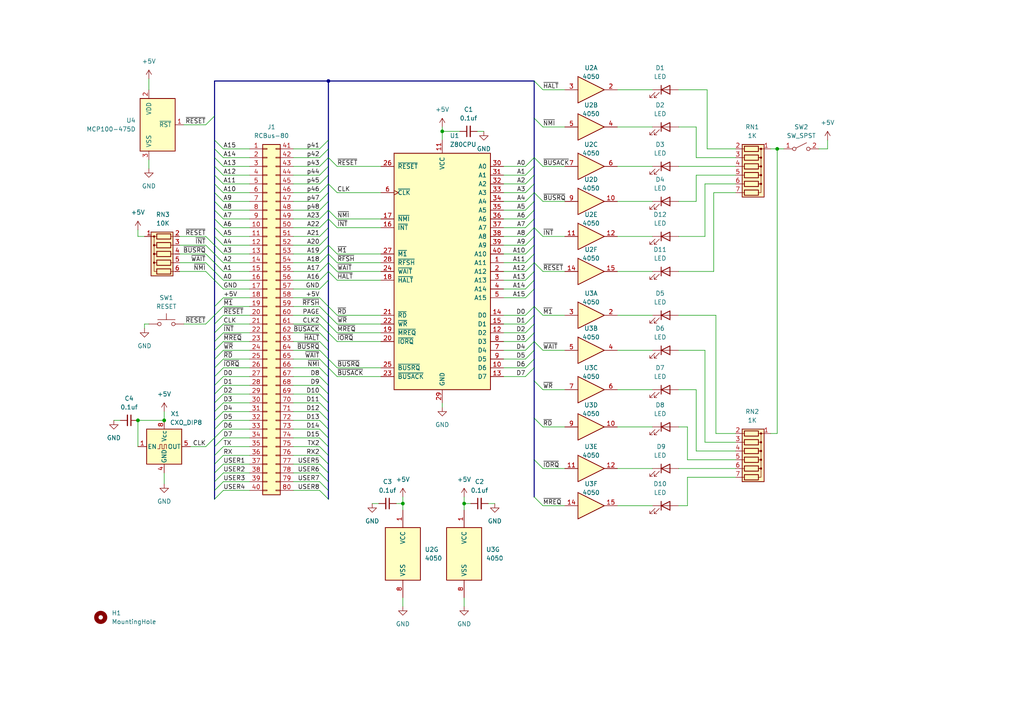
<source format=kicad_sch>
(kicad_sch (version 20230121) (generator eeschema)
  (paper "A4")
  (title_block (title "z80blinken") (date "2024-01-21") (rev "1") (company "(C) 2024 J.B. Langston") (comment 1 "https://github.com/jblang/z80ctrl"))
  (junction (at 225.425 43.18))
  (junction (at 40.005 121.92))
  (junction (at 128.27 38.1))
  (junction (at 116.84 146.05))
  (junction (at 47.625 121.92))
  (junction (at 95.25 23.495))
  (junction (at 134.62 146.05))
  (bus_entry (at 62.23 91.44) (size 2.54 -2.54))
  (bus_entry (at 154.94 144.145) (size 2.54 2.54))
  (bus_entry (at 154.94 45.72) (size 2.54 2.54))
  (bus_entry (at 152.4 96.52) (size 2.54 -2.54))
  (bus_entry (at 62.23 60.96) (size 2.54 2.54))
  (bus_entry (at 97.79 55.88) (size -2.54 -2.54))
  (bus_entry (at 152.4 68.58) (size 2.54 -2.54))
  (bus_entry (at 154.94 110.49) (size 2.54 2.54))
  (bus_entry (at 92.71 104.14) (size 2.54 2.54))
  (bus_entry (at 62.23 45.72) (size 2.54 2.54))
  (bus_entry (at 152.4 73.66) (size 2.54 -2.54))
  (bus_entry (at 62.23 88.9) (size 2.54 -2.54))
  (bus_entry (at 154.94 121.285) (size 2.54 2.54))
  (bus_entry (at 62.23 93.98) (size 2.54 -2.54))
  (bus_entry (at 59.69 93.98) (size 2.54 -2.54))
  (bus_entry (at 62.23 58.42) (size 2.54 2.54))
  (bus_entry (at 62.23 121.92) (size 2.54 -2.54))
  (bus_entry (at 62.23 71.12) (size 2.54 2.54))
  (bus_entry (at 154.94 133.35) (size 2.54 2.54))
  (bus_entry (at 92.71 76.2) (size 2.54 -2.54))
  (bus_entry (at 92.71 60.96) (size 2.54 -2.54))
  (bus_entry (at 97.79 76.2) (size -2.54 -2.54))
  (bus_entry (at 62.23 114.3) (size 2.54 -2.54))
  (bus_entry (at 152.4 58.42) (size 2.54 -2.54))
  (bus_entry (at 152.4 71.12) (size 2.54 -2.54))
  (bus_entry (at 92.71 114.3) (size 2.54 2.54))
  (bus_entry (at 59.69 76.2) (size 2.54 2.54))
  (bus_entry (at 59.69 71.12) (size 2.54 2.54))
  (bus_entry (at 92.71 43.18) (size 2.54 -2.54))
  (bus_entry (at 62.23 55.88) (size 2.54 2.54))
  (bus_entry (at 92.71 58.42) (size 2.54 -2.54))
  (bus_entry (at 62.23 48.26) (size 2.54 2.54))
  (bus_entry (at 92.71 48.26) (size 2.54 -2.54))
  (bus_entry (at 62.23 68.58) (size 2.54 2.54))
  (bus_entry (at 62.23 129.54) (size 2.54 -2.54))
  (bus_entry (at 97.79 63.5) (size -2.54 -2.54))
  (bus_entry (at 97.79 66.04) (size -2.54 -2.54))
  (bus_entry (at 152.4 104.14) (size 2.54 -2.54))
  (bus_entry (at 152.4 60.96) (size 2.54 -2.54))
  (bus_entry (at 59.69 78.74) (size 2.54 2.54))
  (bus_entry (at 62.23 124.46) (size 2.54 -2.54))
  (bus_entry (at 62.23 40.64) (size 2.54 2.54))
  (bus_entry (at 152.4 63.5) (size 2.54 -2.54))
  (bus_entry (at 92.71 109.22) (size 2.54 2.54))
  (bus_entry (at 152.4 83.82) (size 2.54 -2.54))
  (bus_entry (at 92.71 83.82) (size 2.54 -2.54))
  (bus_entry (at 62.23 134.62) (size 2.54 -2.54))
  (bus_entry (at 97.79 73.66) (size -2.54 -2.54))
  (bus_entry (at 152.4 106.68) (size 2.54 -2.54))
  (bus_entry (at 62.23 50.8) (size 2.54 2.54))
  (bus_entry (at 92.71 111.76) (size 2.54 2.54))
  (bus_entry (at 62.23 144.78) (size 2.54 -2.54))
  (bus_entry (at 62.23 99.06) (size 2.54 -2.54))
  (bus_entry (at 92.71 63.5) (size 2.54 -2.54))
  (bus_entry (at 92.71 119.38) (size 2.54 2.54))
  (bus_entry (at 59.69 129.54) (size 2.54 -2.54))
  (bus_entry (at 62.23 119.38) (size 2.54 -2.54))
  (bus_entry (at 92.71 91.44) (size 2.54 2.54))
  (bus_entry (at 154.94 76.2) (size 2.54 2.54))
  (bus_entry (at 92.71 93.98) (size 2.54 2.54))
  (bus_entry (at 62.23 127) (size 2.54 -2.54))
  (bus_entry (at 92.71 142.24) (size 2.54 2.54))
  (bus_entry (at 62.23 111.76) (size 2.54 -2.54))
  (bus_entry (at 97.79 106.68) (size -2.54 -2.54))
  (bus_entry (at 59.69 73.66) (size 2.54 2.54))
  (bus_entry (at 152.4 66.04) (size 2.54 -2.54))
  (bus_entry (at 92.71 88.9) (size 2.54 2.54))
  (bus_entry (at 62.23 139.7) (size 2.54 -2.54))
  (bus_entry (at 62.23 96.52) (size 2.54 -2.54))
  (bus_entry (at 154.94 55.88) (size 2.54 2.54))
  (bus_entry (at 97.79 99.06) (size -2.54 -2.54))
  (bus_entry (at 92.71 55.88) (size 2.54 -2.54))
  (bus_entry (at 92.71 66.04) (size 2.54 -2.54))
  (bus_entry (at 62.23 116.84) (size 2.54 -2.54))
  (bus_entry (at 92.71 81.28) (size 2.54 -2.54))
  (bus_entry (at 152.4 86.36) (size 2.54 -2.54))
  (bus_entry (at 92.71 137.16) (size 2.54 2.54))
  (bus_entry (at 62.23 81.28) (size 2.54 2.54))
  (bus_entry (at 152.4 99.06) (size 2.54 -2.54))
  (bus_entry (at 92.71 96.52) (size 2.54 2.54))
  (bus_entry (at 152.4 53.34) (size 2.54 -2.54))
  (bus_entry (at 92.71 129.54) (size 2.54 2.54))
  (bus_entry (at 92.71 50.8) (size 2.54 -2.54))
  (bus_entry (at 92.71 101.6) (size 2.54 2.54))
  (bus_entry (at 62.23 101.6) (size 2.54 -2.54))
  (bus_entry (at 92.71 73.66) (size 2.54 -2.54))
  (bus_entry (at 62.23 106.68) (size 2.54 -2.54))
  (bus_entry (at 152.4 55.88) (size 2.54 -2.54))
  (bus_entry (at 59.69 36.195) (size 2.54 -2.54))
  (bus_entry (at 92.71 124.46) (size 2.54 2.54))
  (bus_entry (at 62.23 76.2) (size 2.54 2.54))
  (bus_entry (at 97.79 81.28) (size -2.54 -2.54))
  (bus_entry (at 154.94 66.04) (size 2.54 2.54))
  (bus_entry (at 62.23 137.16) (size 2.54 -2.54))
  (bus_entry (at 97.79 78.74) (size -2.54 -2.54))
  (bus_entry (at 154.94 23.495) (size 2.54 2.54))
  (bus_entry (at 152.4 78.74) (size 2.54 -2.54))
  (bus_entry (at 92.71 71.12) (size 2.54 -2.54))
  (bus_entry (at 152.4 109.22) (size 2.54 -2.54))
  (bus_entry (at 92.71 139.7) (size 2.54 2.54))
  (bus_entry (at 152.4 91.44) (size 2.54 -2.54))
  (bus_entry (at 62.23 142.24) (size 2.54 -2.54))
  (bus_entry (at 92.71 134.62) (size 2.54 2.54))
  (bus_entry (at 62.23 66.04) (size 2.54 2.54))
  (bus_entry (at 97.79 109.22) (size -2.54 -2.54))
  (bus_entry (at 92.71 106.68) (size 2.54 2.54))
  (bus_entry (at 62.23 78.74) (size 2.54 2.54))
  (bus_entry (at 152.4 93.98) (size 2.54 -2.54))
  (bus_entry (at 97.79 91.44) (size -2.54 -2.54))
  (bus_entry (at 62.23 132.08) (size 2.54 -2.54))
  (bus_entry (at 152.4 101.6) (size 2.54 -2.54))
  (bus_entry (at 152.4 48.26) (size 2.54 -2.54))
  (bus_entry (at 62.23 109.22) (size 2.54 -2.54))
  (bus_entry (at 154.94 88.9) (size 2.54 2.54))
  (bus_entry (at 92.71 78.74) (size 2.54 -2.54))
  (bus_entry (at 97.79 48.26) (size -2.54 -2.54))
  (bus_entry (at 92.71 127) (size 2.54 2.54))
  (bus_entry (at 92.71 116.84) (size 2.54 2.54))
  (bus_entry (at 62.23 73.66) (size 2.54 2.54))
  (bus_entry (at 97.79 93.98) (size -2.54 -2.54))
  (bus_entry (at 92.71 68.58) (size 2.54 -2.54))
  (bus_entry (at 59.69 68.58) (size 2.54 2.54))
  (bus_entry (at 152.4 50.8) (size 2.54 -2.54))
  (bus_entry (at 62.23 63.5) (size 2.54 2.54))
  (bus_entry (at 62.23 53.34) (size 2.54 2.54))
  (bus_entry (at 92.71 99.06) (size 2.54 2.54))
  (bus_entry (at 92.71 132.08) (size 2.54 2.54))
  (bus_entry (at 152.4 81.28) (size 2.54 -2.54))
  (bus_entry (at 92.71 53.34) (size 2.54 -2.54))
  (bus_entry (at 92.71 121.92) (size 2.54 2.54))
  (bus_entry (at 152.4 76.2) (size 2.54 -2.54))
  (bus_entry (at 154.94 99.06) (size 2.54 2.54))
  (bus_entry (at 97.79 96.52) (size -2.54 -2.54))
  (bus_entry (at 154.94 34.29) (size 2.54 2.54))
  (bus_entry (at 92.71 86.36) (size 2.54 2.54))
  (bus_entry (at 92.71 45.72) (size 2.54 -2.54))
  (bus_entry (at 62.23 104.14) (size 2.54 -2.54))
  (bus_entry (at 62.23 43.18) (size 2.54 2.54))
  (wire (pts (xy 85.09 78.74) (xy 92.71 78.74)))
  (wire (pts (xy 64.77 73.66) (xy 72.39 73.66)))
  (wire (pts (xy 85.09 81.28) (xy 92.71 81.28)))
  (bus (pts (xy 62.23 78.74) (xy 62.23 81.28)))
  (bus (pts (xy 95.25 43.18) (xy 95.25 45.72)))
  (wire (pts (xy 201.93 113.03) (xy 196.85 113.03)))
  (wire (pts (xy 92.71 96.52) (xy 85.09 96.52)))
  (wire (pts (xy 64.77 119.38) (xy 72.39 119.38)))
  (bus (pts (xy 154.94 106.68) (xy 154.94 110.49)))
  (wire (pts (xy 196.85 48.26) (xy 213.36 48.26)))
  (wire (pts (xy 204.47 68.58) (xy 204.47 53.34)))
  (wire (pts (xy 85.09 71.12) (xy 92.71 71.12)))
  (bus (pts (xy 62.23 139.7) (xy 62.23 142.24)))
  (bus (pts (xy 95.25 121.92) (xy 95.25 119.38)))
  (bus (pts (xy 62.23 48.26) (xy 62.23 50.8)))
  (bus (pts (xy 62.23 111.76) (xy 62.23 114.3)))
  (bus (pts (xy 95.25 63.5) (xy 95.25 66.04)))
  (wire (pts (xy 196.85 135.89) (xy 213.36 135.89)))
  (bus (pts (xy 154.94 96.52) (xy 154.94 99.06)))
  (wire (pts (xy 64.77 109.22) (xy 72.39 109.22)))
  (bus (pts (xy 95.25 96.52) (xy 95.25 99.06)))
  (wire (pts (xy 146.05 68.58) (xy 152.4 68.58)))
  (bus (pts (xy 154.94 99.06) (xy 154.94 101.6)))
  (bus (pts (xy 62.23 91.44) (xy 62.23 93.98)))
  (bus (pts (xy 154.94 73.66) (xy 154.94 76.2)))
  (bus (pts (xy 95.25 53.34) (xy 95.25 55.88)))
  (bus (pts (xy 62.23 142.24) (xy 62.23 144.78)))
  (wire (pts (xy 128.27 38.1) (xy 133.35 38.1)))
  (wire (pts (xy 85.09 83.82) (xy 92.71 83.82)))
  (wire (pts (xy 128.27 38.1) (xy 128.27 40.64)))
  (bus (pts (xy 62.23 68.58) (xy 62.23 71.12)))
  (bus (pts (xy 95.25 129.54) (xy 95.25 132.08)))
  (wire (pts (xy 64.77 68.58) (xy 72.39 68.58)))
  (wire (pts (xy 40.005 68.58) (xy 41.91 68.58)))
  (wire (pts (xy 97.79 76.2) (xy 110.49 76.2)))
  (wire (pts (xy 97.79 81.28) (xy 110.49 81.28)))
  (wire (pts (xy 201.93 130.81) (xy 201.93 113.03)))
  (bus (pts (xy 62.23 60.96) (xy 62.23 63.5)))
  (wire (pts (xy 85.09 119.38) (xy 92.71 119.38)))
  (wire (pts (xy 85.09 129.54) (xy 92.71 129.54)))
  (wire (pts (xy 85.09 73.66) (xy 92.71 73.66)))
  (wire (pts (xy 43.18 46.355) (xy 43.18 48.895)))
  (bus (pts (xy 95.25 66.04) (xy 95.25 68.58)))
  (wire (pts (xy 64.77 60.96) (xy 72.39 60.96)))
  (bus (pts (xy 95.25 48.26) (xy 95.25 50.8)))
  (wire (pts (xy 85.09 55.88) (xy 92.71 55.88)))
  (bus (pts (xy 95.25 93.98) (xy 95.25 96.52)))
  (bus (pts (xy 95.25 109.22) (xy 95.25 106.68)))
  (wire (pts (xy 146.05 109.22) (xy 152.4 109.22)))
  (wire (pts (xy 64.77 96.52) (xy 72.39 96.52)))
  (wire (pts (xy 134.62 146.05) (xy 134.62 147.955)))
  (wire (pts (xy 189.23 146.685) (xy 179.07 146.685)))
  (wire (pts (xy 85.09 43.18) (xy 92.71 43.18)))
  (wire (pts (xy 64.77 43.18) (xy 72.39 43.18)))
  (wire (pts (xy 64.77 124.46) (xy 72.39 124.46)))
  (wire (pts (xy 157.48 135.89) (xy 163.83 135.89)))
  (bus (pts (xy 154.94 104.14) (xy 154.94 106.68)))
  (wire (pts (xy 110.49 73.66) (xy 97.79 73.66)))
  (bus (pts (xy 154.94 63.5) (xy 154.94 66.04)))
  (wire (pts (xy 146.05 83.82) (xy 152.4 83.82)))
  (bus (pts (xy 62.23 96.52) (xy 62.23 99.06)))
  (bus (pts (xy 62.23 132.08) (xy 62.23 134.62)))
  (bus (pts (xy 62.23 63.5) (xy 62.23 66.04)))
  (wire (pts (xy 64.77 88.9) (xy 72.39 88.9)))
  (wire (pts (xy 40.005 66.675) (xy 40.005 68.58)))
  (wire (pts (xy 146.05 55.88) (xy 152.4 55.88)))
  (wire (pts (xy 157.48 113.03) (xy 163.83 113.03)))
  (bus (pts (xy 95.25 73.66) (xy 95.25 76.2)))
  (wire (pts (xy 189.23 101.6) (xy 179.07 101.6)))
  (bus (pts (xy 62.23 121.92) (xy 62.23 124.46)))
  (wire (pts (xy 110.49 66.04) (xy 97.79 66.04)))
  (wire (pts (xy 134.62 146.05) (xy 136.525 146.05)))
  (wire (pts (xy 199.39 146.685) (xy 196.85 146.685)))
  (wire (pts (xy 64.77 91.44) (xy 72.39 91.44)))
  (bus (pts (xy 154.94 58.42) (xy 154.94 60.96)))
  (wire (pts (xy 179.07 78.74) (xy 189.23 78.74)))
  (wire (pts (xy 213.36 138.43) (xy 199.39 138.43)))
  (wire (pts (xy 157.48 146.685) (xy 163.83 146.685)))
  (bus (pts (xy 95.25 91.44) (xy 95.25 93.98)))
  (bus (pts (xy 95.25 106.68) (xy 95.25 104.14)))
  (wire (pts (xy 157.48 78.74) (xy 163.83 78.74)))
  (bus (pts (xy 95.25 121.92) (xy 95.25 124.46)))
  (bus (pts (xy 95.25 23.495) (xy 95.25 40.64)))
  (bus (pts (xy 154.94 88.9) (xy 154.94 91.44)))
  (wire (pts (xy 85.09 114.3) (xy 92.71 114.3)))
  (wire (pts (xy 64.77 55.88) (xy 72.39 55.88)))
  (wire (pts (xy 64.77 76.2) (xy 72.39 76.2)))
  (bus (pts (xy 154.94 110.49) (xy 154.94 121.285)))
  (wire (pts (xy 146.05 96.52) (xy 152.4 96.52)))
  (wire (pts (xy 146.05 76.2) (xy 152.4 76.2)))
  (wire (pts (xy 53.34 93.98) (xy 59.69 93.98)))
  (wire (pts (xy 52.07 78.74) (xy 59.69 78.74)))
  (wire (pts (xy 41.91 93.98) (xy 43.18 93.98)))
  (wire (pts (xy 52.07 76.2) (xy 59.69 76.2)))
  (wire (pts (xy 196.85 78.74) (xy 207.01 78.74)))
  (bus (pts (xy 62.23 127) (xy 62.23 129.54)))
  (wire (pts (xy 225.425 43.18) (xy 223.52 43.18)))
  (wire (pts (xy 146.05 106.68) (xy 152.4 106.68)))
  (bus (pts (xy 95.25 23.495) (xy 154.94 23.495)))
  (wire (pts (xy 199.39 138.43) (xy 199.39 146.685)))
  (wire (pts (xy 189.23 123.825) (xy 179.07 123.825)))
  (wire (pts (xy 64.77 50.8) (xy 72.39 50.8)))
  (wire (pts (xy 146.05 86.36) (xy 152.4 86.36)))
  (wire (pts (xy 85.09 60.96) (xy 92.71 60.96)))
  (wire (pts (xy 97.79 48.26) (xy 110.49 48.26)))
  (wire (pts (xy 146.05 91.44) (xy 152.4 91.44)))
  (bus (pts (xy 62.23 104.14) (xy 62.23 106.68)))
  (bus (pts (xy 62.23 101.6) (xy 62.23 104.14)))
  (wire (pts (xy 64.77 81.28) (xy 72.39 81.28)))
  (wire (pts (xy 85.09 45.72) (xy 92.71 45.72)))
  (wire (pts (xy 225.425 125.73) (xy 223.52 125.73)))
  (wire (pts (xy 64.77 116.84) (xy 72.39 116.84)))
  (wire (pts (xy 109.855 146.05) (xy 107.95 146.05)))
  (bus (pts (xy 154.94 81.28) (xy 154.94 83.82)))
  (wire (pts (xy 85.09 86.36) (xy 92.71 86.36)))
  (wire (pts (xy 201.93 130.81) (xy 213.36 130.81)))
  (wire (pts (xy 47.625 119.38) (xy 47.625 121.92)))
  (wire (pts (xy 157.48 101.6) (xy 163.83 101.6)))
  (bus (pts (xy 62.23 76.2) (xy 62.23 78.74)))
  (wire (pts (xy 157.48 123.825) (xy 163.83 123.825)))
  (wire (pts (xy 207.645 125.73) (xy 213.36 125.73)))
  (bus (pts (xy 95.25 50.8) (xy 95.25 53.34)))
  (wire (pts (xy 240.03 43.18) (xy 240.03 40.64)))
  (wire (pts (xy 146.05 60.96) (xy 152.4 60.96)))
  (bus (pts (xy 154.94 78.74) (xy 154.94 81.28)))
  (bus (pts (xy 154.94 60.96) (xy 154.94 63.5)))
  (wire (pts (xy 146.05 66.04) (xy 152.4 66.04)))
  (wire (pts (xy 134.62 173.355) (xy 134.62 175.895)))
  (wire (pts (xy 204.47 53.34) (xy 213.36 53.34)))
  (wire (pts (xy 196.85 123.825) (xy 199.39 123.825)))
  (wire (pts (xy 138.43 38.1) (xy 140.335 38.1)))
  (bus (pts (xy 154.94 53.34) (xy 154.94 55.88)))
  (wire (pts (xy 116.84 146.05) (xy 114.935 146.05)))
  (wire (pts (xy 92.71 88.9) (xy 85.09 88.9)))
  (wire (pts (xy 85.09 93.98) (xy 92.71 93.98)))
  (wire (pts (xy 64.77 127) (xy 72.39 127)))
  (bus (pts (xy 95.25 139.7) (xy 95.25 142.24)))
  (wire (pts (xy 41.91 95.25) (xy 41.91 93.98)))
  (wire (pts (xy 53.34 36.195) (xy 59.69 36.195)))
  (bus (pts (xy 62.23 33.655) (xy 62.23 40.64)))
  (wire (pts (xy 146.05 104.14) (xy 152.4 104.14)))
  (wire (pts (xy 85.09 109.22) (xy 92.71 109.22)))
  (bus (pts (xy 95.25 137.16) (xy 95.25 139.7)))
  (bus (pts (xy 62.23 73.66) (xy 62.23 76.2)))
  (wire (pts (xy 179.07 91.44) (xy 189.23 91.44)))
  (wire (pts (xy 110.49 78.74) (xy 97.79 78.74)))
  (wire (pts (xy 134.62 144.145) (xy 134.62 146.05)))
  (wire (pts (xy 64.77 45.72) (xy 72.39 45.72)))
  (wire (pts (xy 110.49 55.88) (xy 97.79 55.88)))
  (bus (pts (xy 95.25 78.74) (xy 95.25 81.28)))
  (bus (pts (xy 62.23 23.495) (xy 95.25 23.495)))
  (wire (pts (xy 199.39 123.825) (xy 199.39 133.35)))
  (wire (pts (xy 43.18 22.86) (xy 43.18 26.035)))
  (wire (pts (xy 201.93 36.83) (xy 196.85 36.83)))
  (wire (pts (xy 157.48 68.58) (xy 163.83 68.58)))
  (wire (pts (xy 64.77 134.62) (xy 72.39 134.62)))
  (wire (pts (xy 201.93 45.72) (xy 213.36 45.72)))
  (bus (pts (xy 95.25 116.84) (xy 95.25 114.3)))
  (wire (pts (xy 64.77 121.92) (xy 72.39 121.92)))
  (wire (pts (xy 204.47 128.27) (xy 213.36 128.27)))
  (wire (pts (xy 196.85 58.42) (xy 201.93 58.42)))
  (wire (pts (xy 196.85 91.44) (xy 207.645 91.44)))
  (bus (pts (xy 95.25 45.72) (xy 95.25 48.26)))
  (wire (pts (xy 201.93 45.72) (xy 201.93 36.83)))
  (wire (pts (xy 204.47 101.6) (xy 196.85 101.6)))
  (wire (pts (xy 85.09 134.62) (xy 92.71 134.62)))
  (wire (pts (xy 204.47 128.27) (xy 204.47 101.6)))
  (wire (pts (xy 116.84 146.05) (xy 116.84 147.955)))
  (wire (pts (xy 64.77 111.76) (xy 72.39 111.76)))
  (wire (pts (xy 64.77 106.68) (xy 72.39 106.68)))
  (wire (pts (xy 110.49 96.52) (xy 97.79 96.52)))
  (bus (pts (xy 62.23 106.68) (xy 62.23 109.22)))
  (bus (pts (xy 62.23 40.64) (xy 62.23 43.18)))
  (bus (pts (xy 62.23 53.34) (xy 62.23 55.88)))
  (bus (pts (xy 95.25 99.06) (xy 95.25 101.6)))
  (bus (pts (xy 154.94 55.88) (xy 154.94 58.42)))
  (wire (pts (xy 189.23 58.42) (xy 179.07 58.42)))
  (bus (pts (xy 95.25 55.88) (xy 95.25 58.42)))
  (wire (pts (xy 64.77 58.42) (xy 72.39 58.42)))
  (bus (pts (xy 95.25 60.96) (xy 95.25 63.5)))
  (wire (pts (xy 146.05 63.5) (xy 152.4 63.5)))
  (bus (pts (xy 95.25 68.58) (xy 95.25 71.12)))
  (wire (pts (xy 146.05 50.8) (xy 152.4 50.8)))
  (wire (pts (xy 141.605 146.05) (xy 143.51 146.05)))
  (bus (pts (xy 154.94 83.82) (xy 154.94 88.9)))
  (bus (pts (xy 154.94 45.72) (xy 154.94 48.26)))
  (wire (pts (xy 64.77 78.74) (xy 72.39 78.74)))
  (bus (pts (xy 62.23 134.62) (xy 62.23 137.16)))
  (wire (pts (xy 146.05 81.28) (xy 152.4 81.28)))
  (bus (pts (xy 95.25 81.28) (xy 95.25 88.9)))
  (bus (pts (xy 62.23 45.72) (xy 62.23 48.26)))
  (wire (pts (xy 64.77 93.98) (xy 72.39 93.98)))
  (wire (pts (xy 47.625 121.92) (xy 40.005 121.92)))
  (wire (pts (xy 64.77 114.3) (xy 72.39 114.3)))
  (wire (pts (xy 110.49 91.44) (xy 97.79 91.44)))
  (wire (pts (xy 128.27 36.83) (xy 128.27 38.1)))
  (bus (pts (xy 95.25 132.08) (xy 95.25 134.62)))
  (bus (pts (xy 154.94 34.29) (xy 154.94 45.72)))
  (bus (pts (xy 95.25 76.2) (xy 95.25 78.74)))
  (wire (pts (xy 110.49 109.22) (xy 97.79 109.22)))
  (wire (pts (xy 157.48 36.83) (xy 163.83 36.83)))
  (bus (pts (xy 62.23 114.3) (xy 62.23 116.84)))
  (wire (pts (xy 64.77 101.6) (xy 72.39 101.6)))
  (wire (pts (xy 64.77 137.16) (xy 72.39 137.16)))
  (wire (pts (xy 189.23 113.03) (xy 179.07 113.03)))
  (wire (pts (xy 34.925 121.92) (xy 33.02 121.92)))
  (wire (pts (xy 146.05 71.12) (xy 152.4 71.12)))
  (wire (pts (xy 47.625 140.335) (xy 47.625 137.16)))
  (wire (pts (xy 64.77 71.12) (xy 72.39 71.12)))
  (wire (pts (xy 52.07 68.58) (xy 59.69 68.58)))
  (wire (pts (xy 64.77 129.54) (xy 72.39 129.54)))
  (wire (pts (xy 85.09 137.16) (xy 92.71 137.16)))
  (wire (pts (xy 199.39 133.35) (xy 213.36 133.35)))
  (wire (pts (xy 85.09 116.84) (xy 92.71 116.84)))
  (bus (pts (xy 154.94 50.8) (xy 154.94 53.34)))
  (bus (pts (xy 95.25 88.9) (xy 95.25 91.44)))
  (wire (pts (xy 64.77 66.04) (xy 72.39 66.04)))
  (wire (pts (xy 64.77 83.82) (xy 72.39 83.82)))
  (bus (pts (xy 154.94 48.26) (xy 154.94 50.8)))
  (wire (pts (xy 157.48 58.42) (xy 163.83 58.42)))
  (wire (pts (xy 179.07 135.89) (xy 189.23 135.89)))
  (wire (pts (xy 85.09 66.04) (xy 92.71 66.04)))
  (wire (pts (xy 116.84 144.145) (xy 116.84 146.05)))
  (bus (pts (xy 154.94 91.44) (xy 154.94 93.98)))
  (bus (pts (xy 62.23 109.22) (xy 62.23 111.76)))
  (bus (pts (xy 62.23 129.54) (xy 62.23 132.08)))
  (bus (pts (xy 62.23 116.84) (xy 62.23 119.38)))
  (bus (pts (xy 95.25 114.3) (xy 95.25 111.76)))
  (wire (pts (xy 116.84 173.355) (xy 116.84 175.895)))
  (bus (pts (xy 62.23 124.46) (xy 62.23 127)))
  (bus (pts (xy 154.94 71.12) (xy 154.94 73.66)))
  (bus (pts (xy 154.94 133.35) (xy 154.94 144.145)))
  (wire (pts (xy 92.71 104.14) (xy 85.09 104.14)))
  (bus (pts (xy 62.23 119.38) (xy 62.23 121.92)))
  (wire (pts (xy 146.05 78.74) (xy 152.4 78.74)))
  (wire (pts (xy 146.05 99.06) (xy 152.4 99.06)))
  (bus (pts (xy 62.23 55.88) (xy 62.23 58.42)))
  (wire (pts (xy 157.48 91.44) (xy 163.83 91.44)))
  (wire (pts (xy 237.49 43.18) (xy 240.03 43.18)))
  (wire (pts (xy 157.48 48.26) (xy 163.83 48.26)))
  (bus (pts (xy 95.25 119.38) (xy 95.25 116.84)))
  (bus (pts (xy 62.23 88.9) (xy 62.23 91.44)))
  (wire (pts (xy 85.09 50.8) (xy 92.71 50.8)))
  (bus (pts (xy 95.25 58.42) (xy 95.25 60.96)))
  (wire (pts (xy 64.77 132.08) (xy 72.39 132.08)))
  (bus (pts (xy 154.94 76.2) (xy 154.94 78.74)))
  (wire (pts (xy 85.09 111.76) (xy 92.71 111.76)))
  (wire (pts (xy 64.77 48.26) (xy 72.39 48.26)))
  (bus (pts (xy 154.94 68.58) (xy 154.94 71.12)))
  (wire (pts (xy 146.05 73.66) (xy 152.4 73.66)))
  (wire (pts (xy 92.71 106.68) (xy 85.09 106.68)))
  (wire (pts (xy 146.05 58.42) (xy 152.4 58.42)))
  (wire (pts (xy 85.09 76.2) (xy 92.71 76.2)))
  (wire (pts (xy 207.645 91.44) (xy 207.645 125.73)))
  (wire (pts (xy 201.93 50.8) (xy 213.36 50.8)))
  (wire (pts (xy 146.05 101.6) (xy 152.4 101.6)))
  (wire (pts (xy 110.49 93.98) (xy 97.79 93.98)))
  (wire (pts (xy 85.09 63.5) (xy 92.71 63.5)))
  (wire (pts (xy 64.77 142.24) (xy 72.39 142.24)))
  (wire (pts (xy 189.23 68.58) (xy 179.07 68.58)))
  (bus (pts (xy 154.94 93.98) (xy 154.94 96.52)))
  (bus (pts (xy 154.94 66.04) (xy 154.94 68.58)))
  (bus (pts (xy 62.23 137.16) (xy 62.23 139.7)))
  (bus (pts (xy 95.25 127) (xy 95.25 129.54)))
  (bus (pts (xy 154.94 34.29) (xy 154.94 23.495)))
  (bus (pts (xy 62.23 58.42) (xy 62.23 60.96)))
  (wire (pts (xy 110.49 106.68) (xy 97.79 106.68)))
  (wire (pts (xy 64.77 139.7) (xy 72.39 139.7)))
  (wire (pts (xy 207.01 55.88) (xy 207.01 78.74)))
  (wire (pts (xy 85.09 139.7) (xy 92.71 139.7)))
  (wire (pts (xy 157.48 26.035) (xy 163.83 26.035)))
  (wire (pts (xy 201.93 58.42) (xy 201.93 50.8)))
  (wire (pts (xy 52.07 71.12) (xy 59.69 71.12)))
  (bus (pts (xy 62.23 66.04) (xy 62.23 68.58)))
  (bus (pts (xy 95.25 142.24) (xy 95.25 144.78)))
  (wire (pts (xy 225.425 43.18) (xy 227.33 43.18)))
  (wire (pts (xy 146.05 48.26) (xy 152.4 48.26)))
  (wire (pts (xy 205.105 26.035) (xy 196.85 26.035)))
  (wire (pts (xy 92.71 99.06) (xy 85.09 99.06)))
  (bus (pts (xy 95.25 71.12) (xy 95.25 73.66)))
  (bus (pts (xy 95.25 101.6) (xy 95.25 104.14)))
  (wire (pts (xy 146.05 53.34) (xy 152.4 53.34)))
  (wire (pts (xy 85.09 124.46) (xy 92.71 124.46)))
  (wire (pts (xy 85.09 68.58) (xy 92.71 68.58)))
  (wire (pts (xy 40.005 121.92) (xy 40.005 129.54)))
  (bus (pts (xy 62.23 71.12) (xy 62.23 73.66)))
  (wire (pts (xy 189.23 48.26) (xy 179.07 48.26)))
  (wire (pts (xy 64.77 86.36) (xy 72.39 86.36)))
  (bus (pts (xy 95.25 127) (xy 95.25 124.46)))
  (bus (pts (xy 95.25 40.64) (xy 95.25 43.18)))
  (bus (pts (xy 62.23 93.98) (xy 62.23 96.52)))
  (wire (pts (xy 85.09 142.24) (xy 92.71 142.24)))
  (wire (pts (xy 85.09 121.92) (xy 92.71 121.92)))
  (bus (pts (xy 62.23 99.06) (xy 62.23 101.6)))
  (wire (pts (xy 85.09 58.42) (xy 92.71 58.42)))
  (wire (pts (xy 205.105 43.18) (xy 205.105 26.035)))
  (wire (pts (xy 146.05 93.98) (xy 152.4 93.98)))
  (wire (pts (xy 189.23 26.035) (xy 179.07 26.035)))
  (bus (pts (xy 62.23 43.18) (xy 62.23 45.72)))
  (wire (pts (xy 64.77 53.34) (xy 72.39 53.34)))
  (wire (pts (xy 92.71 101.6) (xy 85.09 101.6)))
  (bus (pts (xy 62.23 50.8) (xy 62.23 53.34)))
  (bus (pts (xy 95.25 111.76) (xy 95.25 109.22)))
  (wire (pts (xy 196.85 68.58) (xy 204.47 68.58)))
  (wire (pts (xy 207.01 55.88) (xy 213.36 55.88)))
  (wire (pts (xy 85.09 53.34) (xy 92.71 53.34)))
  (bus (pts (xy 154.94 121.285) (xy 154.94 133.35)))
  (wire (pts (xy 85.09 127) (xy 92.71 127)))
  (wire (pts (xy 128.27 116.84) (xy 128.27 118.11)))
  (bus (pts (xy 62.23 23.495) (xy 62.23 33.655)))
  (wire (pts (xy 225.425 43.18) (xy 225.425 125.73)))
  (wire (pts (xy 52.07 73.66) (xy 59.69 73.66)))
  (bus (pts (xy 154.94 101.6) (xy 154.94 104.14)))
  (wire (pts (xy 64.77 63.5) (xy 72.39 63.5)))
  (wire (pts (xy 85.09 132.08) (xy 92.71 132.08)))
  (wire (pts (xy 85.09 48.26) (xy 92.71 48.26)))
  (wire (pts (xy 205.105 43.18) (xy 213.36 43.18)))
  (bus (pts (xy 62.23 81.28) (xy 62.23 88.9)))
  (wire (pts (xy 110.49 99.06) (xy 97.79 99.06)))
  (bus (pts (xy 95.25 134.62) (xy 95.25 137.16)))
  (wire (pts (xy 64.77 99.06) (xy 72.39 99.06)))
  (wire (pts (xy 110.49 63.5) (xy 97.79 63.5)))
  (wire (pts (xy 64.77 104.14) (xy 72.39 104.14)))
  (wire (pts (xy 189.23 36.83) (xy 179.07 36.83)))
  (wire (pts (xy 85.09 91.44) (xy 92.71 91.44)))
  (wire (pts (xy 55.245 129.54) (xy 59.69 129.54)))
  (label "A2" (at 152.4 53.34 180))
  (label "A12" (at 64.77 50.8 0))
  (label "A13" (at 152.4 81.28 180))
  (label "A19" (at 92.71 73.66 180))
  (label "USER8" (at 92.71 142.24 180))
  (label "A14" (at 64.77 45.72 0))
  (label "~{NMI}" (at 92.71 106.68 180))
  (label "D12" (at 92.71 119.38 180))
  (label "A15" (at 152.4 86.36 180))
  (label "A5" (at 64.77 68.58 0))
  (label "D4" (at 152.4 101.6 180))
  (label "A4" (at 152.4 58.42 180))
  (label "A11" (at 64.77 53.34 0))
  (label "~{WR}" (at 64.77 101.6 0))
  (label "D14" (at 92.71 124.46 180))
  (label "D9" (at 92.71 111.76 180))
  (label "p46" (at 92.71 55.88 180))
  (label "A4" (at 64.77 71.12 0))
  (label "~{RESET}" (at 59.69 93.98 180))
  (label "A8" (at 64.77 60.96 0))
  (label "A14" (at 152.4 83.82 180))
  (label "USER7" (at 92.71 139.7 180))
  (label "CLK" (at 64.77 93.98 0))
  (label "D5" (at 64.77 121.92 0))
  (label "TX2" (at 92.71 129.54 180))
  (label "~{MREQ}" (at 64.77 99.06 0))
  (label "USER6" (at 92.71 137.16 180))
  (label "USER2" (at 64.77 137.16 0))
  (label "A6" (at 152.4 63.5 180))
  (label "A9" (at 64.77 58.42 0))
  (label "p42" (at 92.71 45.72 180))
  (label "D13" (at 92.71 121.92 180))
  (label "~{RFSH}" (at 97.79 76.2 0))
  (label "~{BUSRQ}" (at 59.69 73.66 180))
  (label "RX2" (at 92.71 132.08 180))
  (label "D8" (at 92.71 109.22 180))
  (label "A7" (at 64.77 63.5 0))
  (label "A9" (at 152.4 71.12 180))
  (label "~{IORQ}" (at 64.77 106.68 0))
  (label "USER4" (at 64.77 142.24 0))
  (label "A7" (at 152.4 66.04 180))
  (label "A0" (at 64.77 81.28 0))
  (label "~{HALT}" (at 157.48 26.035 0))
  (label "~{BUSRQ}" (at 97.79 106.68 0))
  (label "D6" (at 152.4 106.68 180))
  (label "~{INT}" (at 64.77 96.52 0))
  (label "~{MREQ}" (at 97.79 96.52 0))
  (label "~{MREQ}" (at 157.48 146.685 0))
  (label "A13" (at 64.77 48.26 0))
  (label "PAGE" (at 92.71 91.44 180))
  (label "USER1" (at 64.77 134.62 0))
  (label "USER5" (at 92.71 134.62 180))
  (label "RX" (at 64.77 132.08 0))
  (label "~{RESET}" (at 64.77 91.44 0))
  (label "p44" (at 92.71 50.8 180))
  (label "A22" (at 92.71 66.04 180))
  (label "A11" (at 152.4 76.2 180))
  (label "D15" (at 92.71 127 180))
  (label "~{INT}" (at 97.79 66.04 0))
  (label "~{NMI}" (at 59.69 78.74 180))
  (label "TX" (at 64.77 129.54 0))
  (label "A1" (at 64.77 78.74 0))
  (label "p43" (at 92.71 48.26 180))
  (label "D0" (at 152.4 91.44 180))
  (label "+5V" (at 92.71 86.36 180))
  (label "A3" (at 152.4 55.88 180))
  (label "~{WAIT}" (at 59.69 76.2 180))
  (label "A6" (at 64.77 66.04 0))
  (label "A21" (at 92.71 68.58 180))
  (label "A18" (at 92.71 76.2 180))
  (label "~{HALT}" (at 92.71 99.06 180))
  (label "p45" (at 92.71 53.34 180))
  (label "A0" (at 152.4 48.26 180))
  (label "~{WAIT}" (at 92.71 104.14 180))
  (label "~{HALT}" (at 97.79 81.28 0))
  (label "GND" (at 64.77 83.82 0))
  (label "~{IORQ}" (at 97.79 99.06 0))
  (label "D2" (at 152.4 96.52 180))
  (label "~{RD}" (at 97.79 91.44 0))
  (label "~{INT}" (at 157.48 68.58 0))
  (label "~{BUSRQ}" (at 92.71 101.6 180))
  (label "CLK2" (at 92.71 93.98 180))
  (label "D6" (at 64.77 124.46 0))
  (label "D2" (at 64.77 114.3 0))
  (label "A10" (at 64.77 55.88 0))
  (label "A15" (at 64.77 43.18 0))
  (label "~{RESET}" (at 59.69 36.195 180))
  (label "~{RESET}" (at 59.69 68.58 180))
  (label "~{RD}" (at 64.77 104.14 0))
  (label "~{INT}" (at 59.69 71.12 180))
  (label "p47" (at 92.71 58.42 180))
  (label "~{BUSRQ}" (at 157.48 58.42 0))
  (label "A5" (at 152.4 60.96 180))
  (label "D11" (at 92.71 116.84 180))
  (label "D7" (at 64.77 127 0))
  (label "~{IORQ}" (at 157.48 135.89 0))
  (label "CLK" (at 59.69 129.54 180))
  (label "~{BUSACK}" (at 92.71 96.52 180))
  (label "~{BUSACK}" (at 97.79 109.22 0))
  (label "D1" (at 152.4 93.98 180))
  (label "~{M1}" (at 64.77 88.9 0))
  (label "~{BUSACK}" (at 157.48 48.26 0))
  (label "D5" (at 152.4 104.14 180))
  (label "~{RESET}" (at 97.79 48.26 0))
  (label "D3" (at 64.77 116.84 0))
  (label "A10" (at 152.4 73.66 180))
  (label "~{WR}" (at 97.79 93.98 0))
  (label "~{WAIT}" (at 157.48 101.6 0))
  (label "~{NMI}" (at 157.48 36.83 0))
  (label "~{RFSH}" (at 92.71 88.9 180))
  (label "~{RESET}" (at 157.48 78.74 0))
  (label "USER3" (at 64.77 139.7 0))
  (label "D3" (at 152.4 99.06 180))
  (label "D10" (at 92.71 114.3 180))
  (label "p41" (at 92.71 43.18 180))
  (label "~{M1}" (at 157.48 91.44 0))
  (label "A20" (at 92.71 71.12 180))
  (label "A3" (at 64.77 73.66 0))
  (label "A12" (at 152.4 78.74 180))
  (label "A2" (at 64.77 76.2 0))
  (label "~{RD}" (at 157.48 123.825 0))
  (label "~{M1}" (at 97.79 73.66 0))
  (label "~{NMI}" (at 97.79 63.5 0))
  (label "p48" (at 92.71 60.96 180))
  (label "D0" (at 64.77 109.22 0))
  (label "~{WAIT}" (at 97.79 78.74 0))
  (label "D4" (at 64.77 119.38 0))
  (label "A16" (at 92.71 81.28 180))
  (label "A8" (at 152.4 68.58 180))
  (label "GND" (at 92.71 83.82 180))
  (label "A1" (at 152.4 50.8 180))
  (label "D7" (at 152.4 109.22 180))
  (label "~{WR}" (at 157.48 113.03 0))
  (label "+5V" (at 64.77 86.36 0))
  (label "A17" (at 92.71 78.74 180))
  (label "D1" (at 64.77 111.76 0))
  (label "A23" (at 92.71 63.5 180))
  (label "CLK" (at 97.79 55.88 0))
  (symbol (lib_id "power:GND") (at 140.335 38.1 0) (unit 1)
    (property "Reference" "#PWR016" (effects hide))
    (property "Value" "GND" (at 140.335 43.18 0))
  )
  (symbol (lib_id "4xxx:4050") (at 171.45 26.035 0) (unit 1)
    (property "Reference" "U2" (at 171.45 19.685 0))
    (property "Value" "4050" (at 171.45 22.225 0))
    (property "Footprint" "Package_DIP:DIP-16_W7.62mm" (effects hide))
    (property "Datasheet" "http://www.intersil.com/content/dam/intersil/documents/cd40/cd4050bms.pdf" (effects hide))
  )
  (symbol (lib_id "Device:LED") (at 193.04 68.58 0) (unit 1)
    (property "Reference" "D12" (at 191.4525 62.23 0))
    (property "Value" "LED" (at 191.4525 64.77 0))
    (property "Footprint" "Custom:LED_WP934CB&slash_GD_KNB" (effects hide))
  )
  (symbol (lib_id "power:+5V") (at 116.84 144.145 0) (mirror y) (unit 1)
    (property "Reference" "#PWR06" (effects hide))
    (property "Value" "+5V" (at 116.84 139.065 0))
  )
  (symbol (lib_id "power:GND") (at 134.62 175.895 0) (unit 1)
    (property "Reference" "#PWR09" (effects hide))
    (property "Value" "GND" (at 134.62 180.975 0))
  )
  (symbol (lib_id "power:GND") (at 41.91 95.25 0) (unit 1)
    (property "Reference" "#PWR014" (effects hide))
    (property "Value" "GND" (at 41.91 100.33 0))
  )
  (symbol (lib_id "Device:LED") (at 193.04 36.83 0) (unit 1)
    (property "Reference" "D2" (at 191.4525 30.48 0))
    (property "Value" "LED" (at 191.4525 33.02 0))
    (property "Footprint" "Custom:LED_WP934CB&slash_GD_KNB" (effects hide))
  )
  (symbol (lib_id "Device:LED") (at 193.04 78.74 0) (unit 1)
    (property "Reference" "D11" (at 191.4525 72.39 0))
    (property "Value" "LED" (at 191.4525 74.93 0))
    (property "Footprint" "Custom:LED_WP934CB&slash_GD_KNB" (effects hide))
  )
  (symbol (lib_id "4xxx:4050") (at 171.45 135.89 0) (unit 5)
    (property "Reference" "U3" (at 171.45 129.54 0))
    (property "Value" "4050" (at 171.45 132.08 0))
    (property "Footprint" "Package_DIP:DIP-16_W7.62mm" (effects hide))
    (property "Datasheet" "http://www.intersil.com/content/dam/intersil/documents/cd40/cd4050bms.pdf" (effects hide))
  )
  (symbol (lib_id "Device:C_Small") (at 37.465 121.92 270) (mirror x) (unit 1)
    (property "Reference" "C4" (at 37.4587 115.57 90))
    (property "Value" "0.1uf" (at 37.4587 118.11 90))
    (property "Footprint" "Capacitor_THT:C_Disc_D3.0mm_W1.6mm_P2.50mm" (effects hide))
  )
  (symbol (lib_id "4xxx:4050") (at 171.45 78.74 0) (unit 6)
    (property "Reference" "U2" (at 171.45 72.39 0))
    (property "Value" "4050" (at 171.45 74.93 0))
    (property "Footprint" "Package_DIP:DIP-16_W7.62mm" (effects hide))
    (property "Datasheet" "http://www.intersil.com/content/dam/intersil/documents/cd40/cd4050bms.pdf" (effects hide))
  )
  (symbol (lib_id "4xxx:4050") (at 171.45 146.685 0) (unit 6)
    (property "Reference" "U3" (at 171.45 140.335 0))
    (property "Value" "4050" (at 171.45 142.875 0))
    (property "Footprint" "Package_DIP:DIP-16_W7.62mm" (effects hide))
    (property "Datasheet" "http://www.intersil.com/content/dam/intersil/documents/cd40/cd4050bms.pdf" (effects hide))
  )
  (symbol (lib_id "4xxx:4050") (at 171.45 113.03 0) (unit 3)
    (property "Reference" "U3" (at 171.45 106.68 0))
    (property "Value" "4050" (at 171.45 109.22 0))
    (property "Footprint" "Package_DIP:DIP-16_W7.62mm" (effects hide))
    (property "Datasheet" "http://www.intersil.com/content/dam/intersil/documents/cd40/cd4050bms.pdf" (effects hide))
  )
  (symbol (lib_id "power:+5V") (at 47.625 119.38 0) (unit 1)
    (property "Reference" "#PWR010" (effects hide))
    (property "Value" "+5V" (at 47.625 114.3 0))
  )
  (symbol (lib_id "power:+5V") (at 134.62 144.145 0) (unit 1)
    (property "Reference" "#PWR05" (effects hide))
    (property "Value" "+5V" (at 134.62 139.065 0))
  )
  (symbol (lib_id "power:+5V") (at 43.18 22.86 0) (unit 1)
    (property "Reference" "#PWR013" (effects hide))
    (property "Value" "+5V" (at 43.18 17.78 0))
  )
  (symbol (lib_id "4xxx:4050") (at 171.45 101.6 0) (unit 2)
    (property "Reference" "U3" (at 171.45 95.25 0))
    (property "Value" "4050" (at 171.45 97.79 0))
    (property "Footprint" "Package_DIP:DIP-16_W7.62mm" (effects hide))
    (property "Datasheet" "http://www.intersil.com/content/dam/intersil/documents/cd40/cd4050bms.pdf" (effects hide))
  )
  (symbol (lib_id "power:+5V") (at 240.03 40.64 0) (unit 1)
    (property "Reference" "#PWR03" (effects hide))
    (property "Value" "+5V" (at 240.03 35.56 0))
  )
  (symbol (lib_id "power:GND") (at 107.95 146.05 0) (mirror y) (unit 1)
    (property "Reference" "#PWR07" (effects hide))
    (property "Value" "GND" (at 107.95 151.13 0))
  )
  (symbol (lib_id "Device:LED") (at 193.04 135.89 0) (unit 1)
    (property "Reference" "D9" (at 191.77 129.54 0))
    (property "Value" "LED" (at 191.4525 132.08 0))
    (property "Footprint" "Custom:LED_WP934CB&slash_GD_KNB" (effects hide))
  )
  (symbol (lib_id "Device:LED") (at 193.04 48.26 0) (unit 1)
    (property "Reference" "D3" (at 191.4525 41.91 0))
    (property "Value" "LED" (at 191.4525 44.45 0))
    (property "Footprint" "Custom:LED_WP934CB&slash_GD_KNB" (effects hide))
  )
  (symbol (lib_id "Device:R_Network05") (at 46.99 73.66 90) (mirror x) (unit 1)
    (property "Reference" "RN3" (at 47.244 62.23 90))
    (property "Value" "10K" (at 47.244 64.77 90))
    (property "Footprint" "Resistor_THT:R_Array_SIP6" (effects hide))
    (property "Datasheet" "http://www.vishay.com/docs/31509/csc.pdf" (effects hide))
  )
  (symbol (lib_id "Switch:SW_Push") (at 48.26 93.98 0) (unit 1)
    (property "Reference" "SW1" (at 48.26 86.36 0))
    (property "Value" "RESET" (at 48.26 88.9 0))
    (property "Footprint" "Button_Switch_THT:SW_Tactile_SPST_Angled_PTS645Vx31-2LFS" (effects hide))
  )
  (symbol (lib_id "Device:LED") (at 193.04 101.6 0) (unit 1)
    (property "Reference" "D6" (at 191.4525 95.25 0))
    (property "Value" "LED" (at 191.4525 97.79 0))
    (property "Footprint" "Custom:LED_WP934CB&slash_GD_KNB" (effects hide))
  )
  (symbol (lib_id "Device:LED") (at 193.04 26.035 0) (unit 1)
    (property "Reference" "D1" (at 191.4525 19.685 0))
    (property "Value" "LED" (at 191.4525 22.225 0))
    (property "Footprint" "Custom:LED_WP934CB&slash_GD_KNB" (effects hide))
  )
  (symbol (lib_id "Device:C_Small") (at 112.395 146.05 270) (mirror x) (unit 1)
    (property "Reference" "C3" (at 112.3887 139.7 90))
    (property "Value" "0.1uf" (at 112.3887 142.24 90))
    (property "Footprint" "Capacitor_THT:C_Disc_D3.0mm_W1.6mm_P2.50mm" (effects hide))
  )
  (symbol (lib_id "Device:C_Small") (at 135.89 38.1 90) (unit 1)
    (property "Reference" "C1" (at 135.8963 31.75 90))
    (property "Value" "0.1uf" (at 135.8963 34.29 90))
    (property "Footprint" "Capacitor_THT:C_Disc_D3.0mm_W1.6mm_P2.50mm" (effects hide))
  )
  (symbol (lib_id "4xxx:4050") (at 116.84 160.655 0) (unit 7)
    (property "Reference" "U2" (at 123.19 159.385 0) (effects (justify left)))
    (property "Value" "4050" (at 123.19 161.925 0) (effects (justify left)))
    (property "Footprint" "Package_DIP:DIP-16_W7.62mm" (effects hide))
    (property "Datasheet" "http://www.intersil.com/content/dam/intersil/documents/cd40/cd4050bms.pdf" (effects hide))
  )
  (symbol (lib_id "power:GND") (at 47.625 140.335 0) (unit 1)
    (property "Reference" "#PWR011" (effects hide))
    (property "Value" "GND" (at 47.625 145.415 0))
  )
  (symbol (lib_id "4xxx:4050") (at 171.45 48.26 0) (unit 3)
    (property "Reference" "U2" (at 171.45 41.91 0))
    (property "Value" "4050" (at 171.45 44.45 0))
    (property "Footprint" "Package_DIP:DIP-16_W7.62mm" (effects hide))
    (property "Datasheet" "http://www.intersil.com/content/dam/intersil/documents/cd40/cd4050bms.pdf" (effects hide))
  )
  (symbol (lib_id "Connector_Generic:Conn_02x40_Top_Bottom") (at 77.47 91.44 0) (unit 1)
    (property "Reference" "J1" (at 78.74 36.83 0))
    (property "Value" "RCBus-80" (at 78.74 39.37 0))
    (property "Footprint" "Custom:RCBus-80" (effects hide))
  )
  (symbol (lib_id "4xxx:4050") (at 171.45 68.58 0) (unit 5)
    (property "Reference" "U2" (at 171.45 62.23 0))
    (property "Value" "4050" (at 171.45 64.77 0))
    (property "Footprint" "Package_DIP:DIP-16_W7.62mm" (effects hide))
    (property "Datasheet" "http://www.intersil.com/content/dam/intersil/documents/cd40/cd4050bms.pdf" (effects hide))
  )
  (symbol (lib_id "Device:LED") (at 193.04 113.03 0) (unit 1)
    (property "Reference" "D7" (at 191.4525 106.68 0))
    (property "Value" "LED" (at 191.4525 109.22 0))
    (property "Footprint" "Custom:LED_WP934CB&slash_GD_KNB" (effects hide))
  )
  (symbol (lib_id "power:GND") (at 43.18 48.895 0) (unit 1)
    (property "Reference" "#PWR012" (effects hide))
    (property "Value" "GND" (at 43.18 53.975 0))
  )
  (symbol (lib_id "4xxx:4050") (at 134.62 160.655 0) (unit 7)
    (property "Reference" "U3" (at 140.97 159.385 0) (effects (justify left)))
    (property "Value" "4050" (at 140.97 161.925 0) (effects (justify left)))
    (property "Footprint" "Package_DIP:DIP-16_W7.62mm" (effects hide))
    (property "Datasheet" "http://www.intersil.com/content/dam/intersil/documents/cd40/cd4050bms.pdf" (effects hide))
  )
  (symbol (lib_id "Power_Supervisor:MCP100-475D") (at 45.72 36.195 0) (unit 1)
    (property "Reference" "U4" (at 39.37 34.925 0) (effects (justify right)))
    (property "Value" "MCP100-475D" (at 39.37 37.465 0) (effects (justify right)))
    (property "Footprint" "Package_TO_SOT_THT:TO-92_Inline" (effects hide))
    (property "Datasheet" "http://ww1.microchip.com/downloads/en/DeviceDoc/11187f.pdf" (effects hide))
  )
  (symbol (lib_id "4xxx:4050") (at 171.45 91.44 0) (unit 1)
    (property "Reference" "U3" (at 171.45 85.09 0))
    (property "Value" "4050" (at 171.45 87.63 0))
    (property "Footprint" "Package_DIP:DIP-16_W7.62mm" (effects hide))
    (property "Datasheet" "http://www.intersil.com/content/dam/intersil/documents/cd40/cd4050bms.pdf" (effects hide))
  )
  (symbol (lib_id "Device:R_Network06") (at 218.44 50.8 270) (unit 1)
    (property "Reference" "RN1" (at 218.186 36.83 90))
    (property "Value" "1K" (at 218.186 39.37 90))
    (property "Footprint" "Resistor_THT:R_Array_SIP7" (effects hide))
    (property "Datasheet" "http://www.vishay.com/docs/31509/csc.pdf" (effects hide))
  )
  (symbol (lib_id "Mechanical:MountingHole") (at 29.21 179.07 0) (unit 1)
    (property "Reference" "H1" (at 32.385 177.8 0) (effects (justify left)))
    (property "Value" "MountingHole" (at 32.385 180.34 0) (effects (justify left)))
    (property "Footprint" "MountingHole:MountingHole_3.2mm_M3" (effects hide))
  )
  (symbol (lib_id "Oscillator:CXO_DIP8") (at 47.625 129.54 0) (unit 1)
    (property "Reference" "X1" (at 50.8 120.015 0))
    (property "Value" "CXO_DIP8" (at 53.975 122.555 0))
    (property "Footprint" "Oscillator:Oscillator_DIP-8" (effects hide))
    (property "Datasheet" "http://cdn-reichelt.de/documents/datenblatt/B400/OSZI.pdf" (effects hide))
  )
  (symbol (lib_id "Device:LED") (at 193.04 146.685 0) (unit 1)
    (property "Reference" "D10" (at 191.4525 140.335 0))
    (property "Value" "LED" (at 191.4525 142.875 0))
    (property "Footprint" "Custom:LED_WP934CB&slash_GD_KNB" (effects hide))
  )
  (symbol (lib_id "4xxx:4050") (at 171.45 58.42 0) (unit 4)
    (property "Reference" "U2" (at 171.45 52.07 0))
    (property "Value" "4050" (at 171.45 54.61 0))
    (property "Footprint" "Package_DIP:DIP-16_W7.62mm" (effects hide))
    (property "Datasheet" "http://www.intersil.com/content/dam/intersil/documents/cd40/cd4050bms.pdf" (effects hide))
  )
  (symbol (lib_id "power:GND") (at 128.27 118.11 0) (unit 1)
    (property "Reference" "#PWR02" (effects hide))
    (property "Value" "GND" (at 128.27 123.19 0))
  )
  (symbol (lib_id "power:+5V") (at 40.005 66.675 0) (unit 1)
    (property "Reference" "#PWR015" (effects hide))
    (property "Value" "+5V" (at 40.005 61.595 0))
  )
  (symbol (lib_id "power:GND") (at 143.51 146.05 0) (unit 1)
    (property "Reference" "#PWR04" (effects hide))
    (property "Value" "GND" (at 143.51 151.13 0))
  )
  (symbol (lib_id "Switch:SW_SPST") (at 232.41 43.18 0) (unit 1)
    (property "Reference" "SW2" (at 232.41 36.83 0))
    (property "Value" "SW_SPST" (at 232.41 39.37 0))
    (property "Footprint" "SamacSys_Parts:JS202011CQN" (effects hide))
  )
  (symbol (lib_id "power:GND") (at 116.84 175.895 0) (mirror y) (unit 1)
    (property "Reference" "#PWR08" (effects hide))
    (property "Value" "GND" (at 116.84 180.975 0))
  )
  (symbol (lib_id "Device:LED") (at 193.04 123.825 0) (unit 1)
    (property "Reference" "D8" (at 191.4525 117.475 0))
    (property "Value" "LED" (at 191.4525 120.015 0))
    (property "Footprint" "Custom:LED_WP934CB&slash_GD_KNB" (effects hide))
  )
  (symbol (lib_id "Device:C_Small") (at 139.065 146.05 90) (unit 1)
    (property "Reference" "C2" (at 139.0713 139.7 90))
    (property "Value" "0.1uf" (at 139.0713 142.24 90))
    (property "Footprint" "Capacitor_THT:C_Disc_D3.0mm_W1.6mm_P2.50mm" (effects hide))
  )
  (symbol (lib_id "Device:LED") (at 193.04 91.44 0) (unit 1)
    (property "Reference" "D5" (at 191.4525 85.09 0))
    (property "Value" "LED" (at 191.4525 87.63 0))
    (property "Footprint" "Custom:LED_WP934CB&slash_GD_KNB" (effects hide))
  )
  (symbol (lib_id "Device:R_Network06") (at 218.44 133.35 270) (unit 1)
    (property "Reference" "RN2" (at 218.186 119.38 90))
    (property "Value" "1K" (at 218.186 121.92 90))
    (property "Footprint" "Resistor_THT:R_Array_SIP7" (effects hide))
    (property "Datasheet" "http://www.vishay.com/docs/31509/csc.pdf" (effects hide))
  )
  (symbol (lib_id "4xxx:4050") (at 171.45 123.825 0) (unit 4)
    (property "Reference" "U3" (at 171.45 117.475 0))
    (property "Value" "4050" (at 171.45 120.015 0))
    (property "Footprint" "Package_DIP:DIP-16_W7.62mm" (effects hide))
    (property "Datasheet" "http://www.intersil.com/content/dam/intersil/documents/cd40/cd4050bms.pdf" (effects hide))
  )
  (symbol (lib_id "power:+5V") (at 128.27 36.83 0) (unit 1)
    (property "Reference" "#PWR01" (effects hide))
    (property "Value" "+5V" (at 128.27 31.75 0))
  )
  (symbol (lib_id "CPU:Z80CPU") (at 128.27 78.74 0) (unit 1)
    (property "Reference" "U1" (at 130.4641 39.37 0) (effects (justify left)))
    (property "Value" "Z80CPU" (at 130.4641 41.91 0) (effects (justify left)))
    (property "Footprint" "Package_DIP:DIP-40_W15.24mm" (effects hide))
    (property "Datasheet" "www.zilog.com/manage_directlink.php?filepath=docs/z80/um0080" (effects hide))
  )
  (symbol (lib_id "4xxx:4050") (at 171.45 36.83 0) (unit 2)
    (property "Reference" "U2" (at 171.45 30.48 0))
    (property "Value" "4050" (at 171.45 33.02 0))
    (property "Footprint" "Package_DIP:DIP-16_W7.62mm" (effects hide))
    (property "Datasheet" "http://www.intersil.com/content/dam/intersil/documents/cd40/cd4050bms.pdf" (effects hide))
  )
  (symbol (lib_id "Device:LED") (at 193.04 58.42 0) (unit 1)
    (property "Reference" "D4" (at 191.4525 52.07 0))
    (property "Value" "LED" (at 191.4525 54.61 0))
    (property "Footprint" "Custom:LED_WP934CB&slash_GD_KNB" (effects hide))
  )
  (symbol (lib_id "power:GND") (at 33.02 121.92 0) (mirror y) (unit 1)
    (property "Reference" "#PWR017" (effects hide))
    (property "Value" "GND" (at 33.02 127 0))
  )
)
</source>
